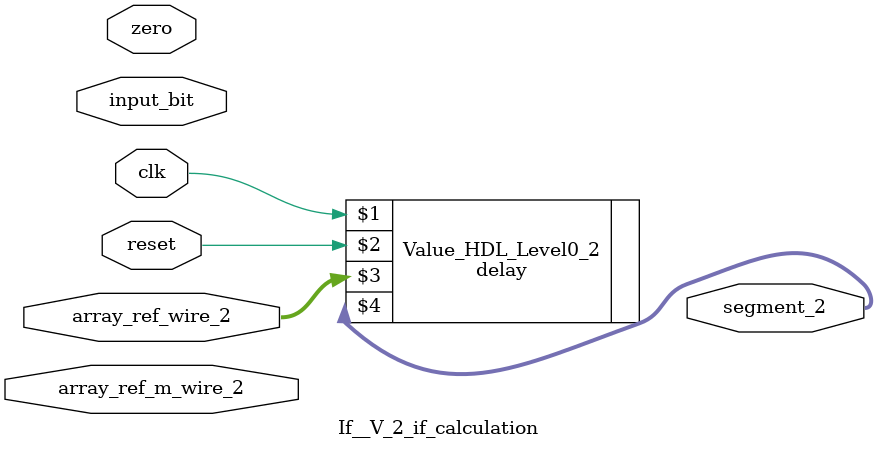
<source format=v>
module If__V_2_if_calculation(input [31:0]input_bit, input [31:0]zero, input [31:0]array_ref_wire_2, input [31:0]array_ref_m_wire_2, output [31:0]segment_2, input clk, input reset);



	//Proceed with segment_2 = delay(array_ref_wire_2) 
	wire [31:0]segment_2;
	delay Value_HDL_Level0_2 ( clk, reset, array_ref_wire_2, segment_2);




endmodule

</source>
